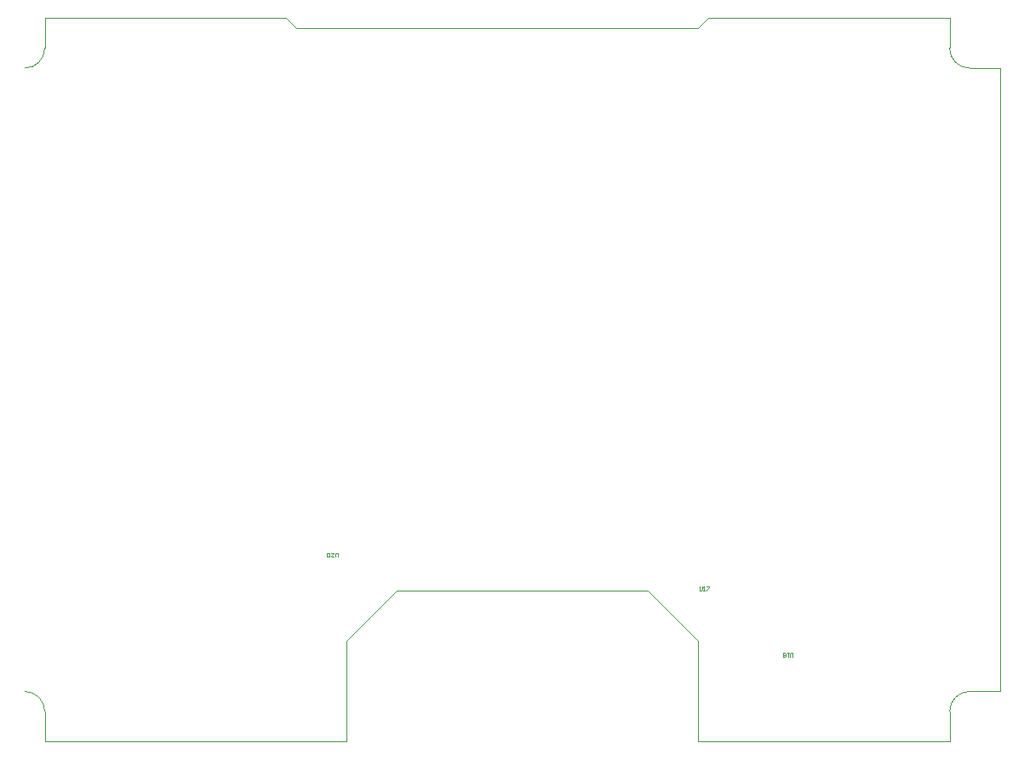
<source format=gm1>
G04*
G04 #@! TF.GenerationSoftware,Altium Limited,Altium Designer,22.1.2 (22)*
G04*
G04 Layer_Color=16711935*
%FSLAX44Y44*%
%MOMM*%
G71*
G04*
G04 #@! TF.SameCoordinates,580B55D7-DBA2-4C77-87B0-4A933D30A280*
G04*
G04*
G04 #@! TF.FilePolarity,Positive*
G04*
G01*
G75*
%ADD151C,0.0510*%
%ADD152C,0.0000*%
%ADD153C,0.0508*%
%ADD154C,0.0600*%
D151*
X950000Y690000D02*
G03*
X970000Y670000I20000J0D01*
G01*
X970000Y50001D02*
G03*
X949999Y30000I0J-20001D01*
G01*
X30000Y670000D02*
G03*
X50000Y690000I0J20000D01*
G01*
X50000Y30000D02*
G03*
X30000Y50000I-20000J0D01*
G01*
D152*
X650000Y150000D02*
X700000Y100000D01*
X400000Y150000D02*
X650000D01*
X50000Y720000D02*
X290000D01*
X50000Y690000D02*
Y720000D01*
X700000Y0D02*
X950000D01*
X700000D02*
Y100013D01*
X350000Y100000D02*
X400000Y150000D01*
X350000Y0D02*
Y100000D01*
X50000Y0D02*
X350000D01*
X50000D02*
Y30000D01*
D153*
X949999Y25749D02*
Y30000D01*
Y25749D02*
X950000Y25750D01*
X290000Y720000D02*
X300000Y710000D01*
X700000D01*
X710000Y720000D01*
X970000Y670000D02*
X1000000D01*
X950000Y690000D02*
Y720000D01*
X710000D02*
X950000D01*
X1000000Y50000D02*
Y670000D01*
X970000Y50000D02*
X1000000D01*
X950000Y0D02*
Y25750D01*
D154*
X701150Y154459D02*
Y151127D01*
X701816Y150460D01*
X703149D01*
X703816Y151127D01*
Y154459D01*
X705148Y150460D02*
X706481D01*
X705815D01*
Y154459D01*
X705148Y153792D01*
X708481Y154459D02*
X711146D01*
Y153792D01*
X708481Y151127D01*
Y150460D01*
X341350Y183792D02*
Y187124D01*
X340684Y187790D01*
X339351D01*
X338684Y187124D01*
Y183792D01*
X334686Y187790D02*
X337351D01*
X334686Y185124D01*
Y184458D01*
X335352Y183792D01*
X336685D01*
X337351Y184458D01*
X333353D02*
X332686Y183792D01*
X331353D01*
X330687Y184458D01*
Y187124D01*
X331353Y187790D01*
X332686D01*
X333353Y187124D01*
Y184458D01*
X794070Y84233D02*
Y87565D01*
X793403Y88231D01*
X792070D01*
X791404Y87565D01*
Y84233D01*
X790071Y88231D02*
X788738D01*
X789404D01*
Y84233D01*
X790071Y84899D01*
X786739D02*
X786072Y84233D01*
X784739D01*
X784073Y84899D01*
Y85566D01*
X784739Y86232D01*
X784073Y86898D01*
Y87565D01*
X784739Y88231D01*
X786072D01*
X786739Y87565D01*
Y86898D01*
X786072Y86232D01*
X786739Y85566D01*
Y84899D01*
X786072Y86232D02*
X784739D01*
M02*

</source>
